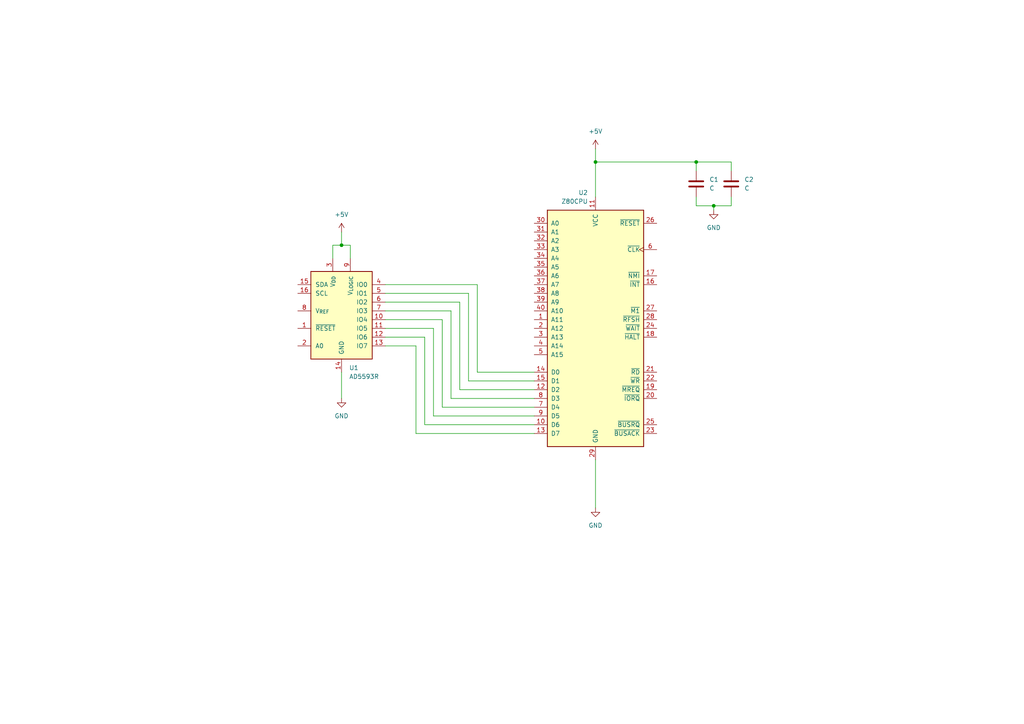
<source format=kicad_sch>
(kicad_sch (version 20230121) (generator eeschema)
  (paper "A4")
  (lib_symbols
    (symbol "Analog:AD5593R" (pin_names (offset 1.27))
      (property "Reference" "U" (at -8.89 15.24 0))
      (property "Value" "AD5593R" (at 3.81 15.24 0))
      (symbol "AD5593R_0_1"
        (rectangle (start -8.89 13.97) (end 8.89 -11.43) (stroke (width 0.254)) (fill (type background)))
      )
      (symbol "AD5593R_1_1"
        (pin input line (at -12.7 -2.54 0) (length 3.81) (name "~{RESET}") (number "1"))
        (pin bidirectional line (at 12.7 0 180) (length 3.81) (name "IO4") (number "10"))
        (pin bidirectional line (at 12.7 -2.54 180) (length 3.81) (name "IO5") (number "11"))
        (pin bidirectional line (at 12.7 -5.08 180) (length 3.81) (name "IO6") (number "12"))
        (pin bidirectional line (at 12.7 -7.62 180) (length 3.81) (name "IO7") (number "13"))
        (pin power_in line (at 0 -15.24 90) (length 3.81) (name "GND") (number "14"))
        (pin bidirectional line (at -12.7 10.16 0) (length 3.81) (name "SDA") (number "15"))
        (pin input line (at -12.7 7.62 0) (length 3.81) (name "SCL") (number "16"))
        (pin input line (at -12.7 -7.62 0) (length 3.81) (name "A0") (number "2"))
        (pin power_in line (at -2.54 17.78 270) (length 3.81) (name "V_{DD}") (number "3"))
        (pin bidirectional line (at 12.7 10.16 180) (length 3.81) (name "IO0") (number "4"))
        (pin bidirectional line (at 12.7 7.62 180) (length 3.81) (name "IO1") (number "5"))
        (pin bidirectional line (at 12.7 5.08 180) (length 3.81) (name "IO2") (number "6"))
        (pin bidirectional line (at 12.7 2.54 180) (length 3.81) (name "IO3") (number "7"))
        (pin passive line (at -12.7 2.54 0) (length 3.81) (name "V_{REF}") (number "8"))
        (pin power_in line (at 2.54 17.78 270) (length 3.81) (name "V_{LOGIC}") (number "9"))
      )
    )
    (symbol "CPU:Z80CPU" (pin_names (offset 1.016))
      (property "Reference" "U" (at -13.97 35.56 0))
      (property "Value" "Z80CPU" (at 6.35 35.56 0))
      (symbol "Z80CPU_0_1"
        (rectangle (start -13.97 34.29) (end 13.97 -34.29) (stroke (width 0.254)) (fill (type background)))
      )
      (symbol "Z80CPU_1_1"
        (pin output line (at 17.78 2.54 180) (length 3.81) (name "A11") (number "1"))
        (pin bidirectional line (at 17.78 -27.94 180) (length 3.81) (name "D6") (number "10"))
        (pin power_in line (at 0 38.1 270) (length 3.81) (name "VCC") (number "11"))
        (pin bidirectional line (at 17.78 -17.78 180) (length 3.81) (name "D2") (number "12"))
        (pin bidirectional line (at 17.78 -30.48 180) (length 3.81) (name "D7") (number "13"))
        (pin bidirectional line (at 17.78 -12.7 180) (length 3.81) (name "D0") (number "14"))
        (pin bidirectional line (at 17.78 -15.24 180) (length 3.81) (name "D1") (number "15"))
        (pin input line (at -17.78 12.7 0) (length 3.81) (name "~{INT}") (number "16"))
        (pin input line (at -17.78 15.24 0) (length 3.81) (name "~{NMI}") (number "17"))
        (pin output line (at -17.78 -2.54 0) (length 3.81) (name "~{HALT}") (number "18"))
        (pin output line (at -17.78 -17.78 0) (length 3.81) (name "~{MREQ}") (number "19"))
        (pin output line (at 17.78 0 180) (length 3.81) (name "A12") (number "2"))
        (pin output line (at -17.78 -20.32 0) (length 3.81) (name "~{IORQ}") (number "20"))
        (pin output line (at -17.78 -12.7 0) (length 3.81) (name "~{RD}") (number "21"))
        (pin output line (at -17.78 -15.24 0) (length 3.81) (name "~{WR}") (number "22"))
        (pin output line (at -17.78 -30.48 0) (length 3.81) (name "~{BUSACK}") (number "23"))
        (pin input line (at -17.78 0 0) (length 3.81) (name "~{WAIT}") (number "24"))
        (pin input line (at -17.78 -27.94 0) (length 3.81) (name "~{BUSRQ}") (number "25"))
        (pin input line (at -17.78 30.48 0) (length 3.81) (name "~{RESET}") (number "26"))
        (pin output line (at -17.78 5.08 0) (length 3.81) (name "~{M1}") (number "27"))
        (pin output line (at -17.78 2.54 0) (length 3.81) (name "~{RFSH}") (number "28"))
        (pin power_in line (at 0 -38.1 90) (length 3.81) (name "GND") (number "29"))
        (pin output line (at 17.78 -2.54 180) (length 3.81) (name "A13") (number "3"))
        (pin output line (at 17.78 30.48 180) (length 3.81) (name "A0") (number "30"))
        (pin output line (at 17.78 27.94 180) (length 3.81) (name "A1") (number "31"))
        (pin output line (at 17.78 25.4 180) (length 3.81) (name "A2") (number "32"))
        (pin output line (at 17.78 22.86 180) (length 3.81) (name "A3") (number "33"))
        (pin output line (at 17.78 20.32 180) (length 3.81) (name "A4") (number "34"))
        (pin output line (at 17.78 17.78 180) (length 3.81) (name "A5") (number "35"))
        (pin output line (at 17.78 15.24 180) (length 3.81) (name "A6") (number "36"))
        (pin output line (at 17.78 12.7 180) (length 3.81) (name "A7") (number "37"))
        (pin output line (at 17.78 10.16 180) (length 3.81) (name "A8") (number "38"))
        (pin output line (at 17.78 7.62 180) (length 3.81) (name "A9") (number "39"))
        (pin output line (at 17.78 -5.08 180) (length 3.81) (name "A14") (number "4"))
        (pin output line (at 17.78 5.08 180) (length 3.81) (name "A10") (number "40"))
        (pin output line (at 17.78 -7.62 180) (length 3.81) (name "A15") (number "5"))
        (pin input clock (at -17.78 22.86 0) (length 3.81) (name "~{CLK}") (number "6"))
        (pin bidirectional line (at 17.78 -22.86 180) (length 3.81) (name "D4") (number "7"))
        (pin bidirectional line (at 17.78 -20.32 180) (length 3.81) (name "D3") (number "8"))
        (pin bidirectional line (at 17.78 -25.4 180) (length 3.81) (name "D5") (number "9"))
      )
    )
    (symbol "Device:C" (pin_numbers hide) (pin_names (offset 0.254))
      (property "Reference" "C" (at 0.635 2.54 0))
      (property "Value" "C" (at 0.635 -2.54 0))
      (symbol "C_0_1"
        (polyline (pts (xy -2.032 -0.762) (xy 2.032 -0.762)) (stroke (width 0.508)))
        (polyline (pts (xy -2.032 0.762) (xy 2.032 0.762)) (stroke (width 0.508)))
      )
      (symbol "C_1_1"
        (pin passive line (at 0 3.81 270) (length 2.794) (name "~") (number "1"))
        (pin passive line (at 0 -3.81 90) (length 2.794) (name "~") (number "2"))
      )
    )
    (symbol "power:+5V" (power) (pin_names (offset 0))
      (property "Value" "+5V" (at 0 3.556 0))
      (symbol "+5V_0_1"
        (polyline (pts (xy -0.762 1.27) (xy 0 2.54)))
        (polyline (pts (xy 0 0) (xy 0 2.54)))
        (polyline (pts (xy 0 2.54) (xy 0.762 1.27)))
      )
      (symbol "+5V_1_1"
        (pin power_in line (at 0 0 90) (length 0) hide (name "+5V") (number "1"))
      )
    )
    (symbol "power:GND" (power) (pin_names (offset 0))
      (property "Value" "GND" (at 0 -3.81 0))
      (symbol "GND_0_1"
        (polyline (pts (xy 0 0) (xy 0 -1.27) (xy 1.27 -1.27) (xy 0 -2.54) (xy -1.27 -1.27) (xy 0 -1.27)))
      )
      (symbol "GND_1_1"
        (pin power_in line (at 0 0 270) (length 0) hide (name "GND") (number "1"))
      )
    )
  )
  (junction (at 172.72 46.99))
  (junction (at 201.93 46.99))
  (junction (at 99.06 71.12))
  (junction (at 207.01 59.69))
  (wire (pts (xy 111.76 97.79) (xy 123.19 97.79)))
  (wire (pts (xy 212.09 46.99) (xy 201.93 46.99)))
  (wire (pts (xy 172.72 133.35) (xy 172.72 147.32)))
  (wire (pts (xy 111.76 100.33) (xy 120.65 100.33)))
  (wire (pts (xy 123.19 97.79) (xy 123.19 123.19)))
  (wire (pts (xy 138.43 107.95) (xy 154.94 107.95)))
  (wire (pts (xy 130.81 90.17) (xy 130.81 115.57)))
  (wire (pts (xy 172.72 46.99) (xy 201.93 46.99)))
  (wire (pts (xy 212.09 57.15) (xy 212.09 59.69)))
  (wire (pts (xy 125.73 95.25) (xy 125.73 120.65)))
  (wire (pts (xy 99.06 67.31) (xy 99.06 71.12)))
  (wire (pts (xy 120.65 100.33) (xy 120.65 125.73)))
  (wire (pts (xy 111.76 95.25) (xy 125.73 95.25)))
  (wire (pts (xy 128.27 118.11) (xy 154.94 118.11)))
  (wire (pts (xy 207.01 59.69) (xy 207.01 60.96)))
  (wire (pts (xy 201.93 49.53) (xy 201.93 46.99)))
  (wire (pts (xy 133.35 113.03) (xy 154.94 113.03)))
  (wire (pts (xy 172.72 43.18) (xy 172.72 46.99)))
  (wire (pts (xy 111.76 92.71) (xy 128.27 92.71)))
  (wire (pts (xy 135.89 110.49) (xy 154.94 110.49)))
  (wire (pts (xy 212.09 49.53) (xy 212.09 46.99)))
  (wire (pts (xy 111.76 82.55) (xy 138.43 82.55)))
  (wire (pts (xy 111.76 90.17) (xy 130.81 90.17)))
  (wire (pts (xy 207.01 59.69) (xy 212.09 59.69)))
  (wire (pts (xy 201.93 59.69) (xy 207.01 59.69)))
  (wire (pts (xy 111.76 85.09) (xy 135.89 85.09)))
  (wire (pts (xy 99.06 107.95) (xy 99.06 115.57)))
  (wire (pts (xy 135.89 85.09) (xy 135.89 110.49)))
  (wire (pts (xy 128.27 92.71) (xy 128.27 118.11)))
  (wire (pts (xy 201.93 57.15) (xy 201.93 59.69)))
  (wire (pts (xy 138.43 82.55) (xy 138.43 107.95)))
  (wire (pts (xy 123.19 123.19) (xy 154.94 123.19)))
  (wire (pts (xy 101.6 74.93) (xy 101.6 71.12)))
  (wire (pts (xy 172.72 46.99) (xy 172.72 57.15)))
  (wire (pts (xy 99.06 71.12) (xy 96.52 71.12)))
  (wire (pts (xy 125.73 120.65) (xy 154.94 120.65)))
  (wire (pts (xy 101.6 71.12) (xy 99.06 71.12)))
  (wire (pts (xy 130.81 115.57) (xy 154.94 115.57)))
  (wire (pts (xy 120.65 125.73) (xy 154.94 125.73)))
  (wire (pts (xy 96.52 71.12) (xy 96.52 74.93)))
  (wire (pts (xy 133.35 87.63) (xy 133.35 113.03)))
  (wire (pts (xy 111.76 87.63) (xy 133.35 87.63)))
  (symbol (lib_id "power:+5V") (at 172.72 43.18 0) (unit 1)
    (property "Reference" "#PWR01" (effects hide))
    (property "Value" "+5V" (at 172.72 38.1 0))
  )
  (symbol (lib_id "power:+5V") (at 99.06 67.31 0) (unit 1)
    (property "Reference" "#PWR05" (effects hide))
    (property "Value" "+5V" (at 99.06 62.23 0))
  )
  (symbol (lib_id "CPU:Z80CPU") (at 172.72 95.25 0) (mirror y) (unit 1)
    (property "Reference" "U2" (at 170.5259 55.88 0) (effects (justify left)))
    (property "Value" "Z80CPU" (at 170.5259 58.42 0) (effects (justify left)))
    (property "Datasheet" "www.zilog.com/manage_directlink.php?filepath=docs/z80/um0080" (effects hide))
  )
  (symbol (lib_id "power:GND") (at 99.06 115.57 0) (unit 1)
    (property "Reference" "#PWR04" (effects hide))
    (property "Value" "GND" (at 99.06 120.65 0))
  )
  (symbol (lib_id "Device:C") (at 212.09 53.34 0) (unit 1)
    (property "Reference" "C2" (at 215.9 52.07 0) (effects (justify left)))
    (property "Value" "C" (at 215.9 54.61 0) (effects (justify left)))
  )
  (symbol (lib_id "Analog:AD5593R") (at 99.06 92.71 0) (unit 1)
    (property "Reference" "U1" (at 101.2541 106.68 0) (effects (justify left)))
    (property "Value" "AD5593R" (at 101.2541 109.22 0) (effects (justify left)))
    (property "Footprint" "Package_SO:TSSOP-16_4.4x5mm_P0.65mm" (effects hide))
    (property "Datasheet" "https://www.analog.com/media/en/technical-documentation/data-sheets/AD5593R.pdf" (effects hide))
  )
  (symbol (lib_id "power:GND") (at 172.72 147.32 0) (unit 1)
    (property "Reference" "#PWR02" (effects hide))
    (property "Value" "GND" (at 172.72 152.4 0))
  )
  (symbol (lib_id "Device:C") (at 201.93 53.34 0) (unit 1)
    (property "Reference" "C1" (at 205.74 52.07 0) (effects (justify left)))
    (property "Value" "C" (at 205.74 54.61 0) (effects (justify left)))
  )
  (symbol (lib_id "power:GND") (at 207.01 60.96 0) (unit 1)
    (property "Reference" "#PWR03" (effects hide))
    (property "Value" "GND" (at 207.01 66.04 0))
  )
)
</source>
